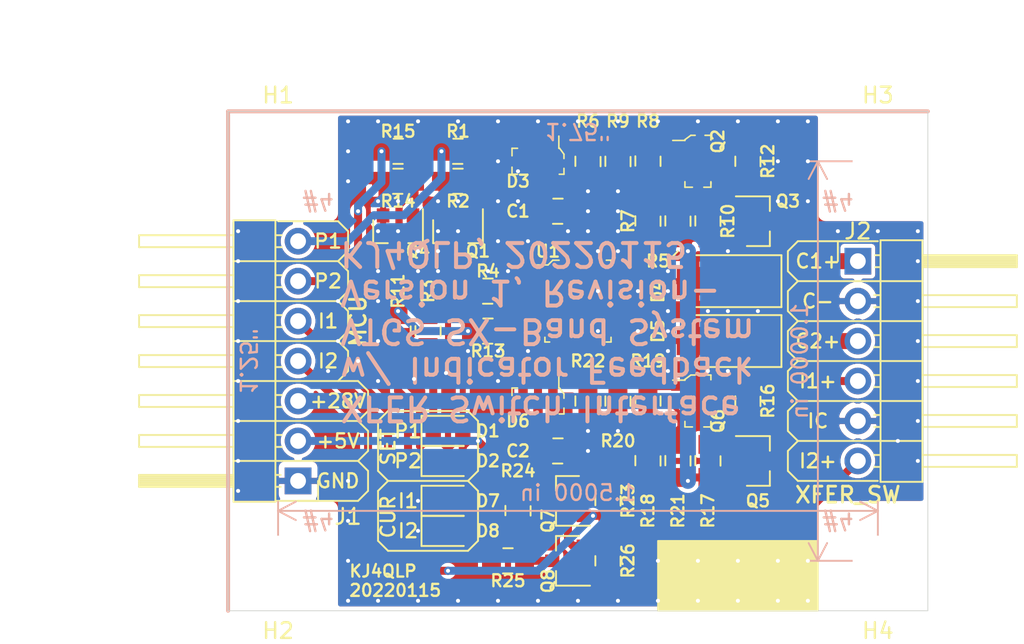
<source format=kicad_pcb>
(kicad_pcb (version 20171130) (host pcbnew 5.1.12-84ad8e8a86~92~ubuntu20.04.1)
  (title_block (title "Transfer Switch Interface, Version 1") (date 2022-01-16) (rev -) (company "Virginia Tech Ground Station and Amateur Radio") (comment 2 creativecommons.org/licenses/by/4.0/) (comment 3 "License: CC BY 4.0") (comment 4 "Author: Zach Leffke, KJ4QLP"))
  (layers (0 F.Cu signal) (31 B.Cu signal) (34 B.Paste user) (35 F.Paste user) (36 B.SilkS user) (37 F.SilkS user) (38 B.Mask user) (39 F.Mask user) (44 Edge.Cuts user))
  (net 0 "")
  (net 1 "Net-(C1-Pad1)")
  (net 2 "Net-(D1-Pad1)")
  (net 3 "Net-(Q1-Pad3)")
  (net 4 "Net-(Q1-Pad1)")
  (net 5 "Net-(Q2-Pad3)")
  (net 6 "Net-(Q2-Pad1)")
  (net 7 "Net-(Q3-Pad1)")
  (net 8 "Net-(D2-Pad1)")
  (net 9 "Net-(D3-Pad2)")
  (net 10 "Net-(D3-Pad1)")
  (net 11 "Net-(Q4-Pad3)")
  (net 12 "Net-(Q4-Pad1)")
  (net 13 "Net-(Q5-Pad1)")
  (net 14 GND)
  (net 15 "Net-(C2-Pad1)")
  (net 16 +5V)
  (net 17 "Net-(D6-Pad2)")
  (net 18 "Net-(D6-Pad1)")
  (net 19 +28V)
  (net 20 "Net-(Q6-Pad1)")
  (net 21 "Net-(Q6-Pad3)")
  (net 22 "Net-(D7-Pad2)")
  (net 23 "Net-(D8-Pad2)")
  (net 24 "Net-(Q7-Pad3)")
  (net 25 "Net-(Q8-Pad3)")
  (net 26 C1+)
  (net 27 C2+)
  (net 28 I2)
  (net 29 I1)
  (net 30 P2)
  (net 31 P1)
  (net 32 "Net-(R4-Pad2)")
  (net 33 "Net-(R7-Pad1)")
  (net 34 "Net-(R13-Pad2)")
  (net 35 "Net-(R18-Pad1)")
  (module Connector_PinHeader_2.54mm:PinHeader_1x07_P2.54mm_Horizontal (layer F.Cu) (at 163.195 86.995 180)
    (fp_text reference J1 (at -3.175 -2.27) (layer F.SilkS))
    (fp_text value Conn_01x07_Male)
    (pad 7 thru_hole oval (at 0 15.24 180) (size 1.7 1.7) (drill 1) (layers *.Cu *.Mask) (net 31 P1))
    (pad 6 thru_hole oval (at 0 12.7 180) (size 1.7 1.7) (drill 1) (layers *.Cu *.Mask) (net 30 P2))
    (pad 5 thru_hole oval (at 0 10.16 180) (size 1.7 1.7) (drill 1) (layers *.Cu *.Mask) (net 29 I1))
    (pad 4 thru_hole oval (at 0 7.62 180) (size 1.7 1.7) (drill 1) (layers *.Cu *.Mask) (net 28 I2))
    (pad 3 thru_hole oval (at 0 5.08 180) (size 1.7 1.7) (drill 1) (layers *.Cu *.Mask) (net 19 +28V))
    (pad 2 thru_hole oval (at 0 2.54 180) (size 1.7 1.7) (drill 1) (layers *.Cu *.Mask) (net 16 +5V))
    (pad 1 thru_hole rect (at 0 0 180) (size 1.7 1.7) (drill 1) (layers *.Cu *.Mask) (net 14 GND))
  )
  (module digikey-footprints:0805 (layer F.Cu) (at 176.53 92.075)
    (fp_text reference R25 (at 0 1.27 180) (layer F.SilkS) (effects (font (size 0.762 0.762))))
    (fp_text value 1k)
    (pad 1 smd rect (at -1.05 0) (size 1.2 1.2) (layers F.Cu F.Paste F.Mask) (net 23 "Net-(D8-Pad2)"))
    (pad 2 smd rect (at 1.05 0) (size 1.2 1.2) (layers F.Cu F.Paste F.Mask) (net 25 "Net-(Q8-Pad3)"))
  )
  (module Connector_PinHeader_2.54mm:PinHeader_1x06_P2.54mm_Horizontal (layer F.Cu) (at 198.755 73.025)
    (fp_text reference J2 (at 0 -1.905) (layer F.SilkS))
    (fp_text value XFER_SW)
    (pad 6 thru_hole oval (at 0 12.7) (size 1.7 1.7) (drill 1) (layers *.Cu *.Mask) (net 28 I2))
    (pad 5 thru_hole oval (at 0 10.16) (size 1.7 1.7) (drill 1) (layers *.Cu *.Mask) (net 14 GND))
    (pad 4 thru_hole oval (at 0 7.62) (size 1.7 1.7) (drill 1) (layers *.Cu *.Mask) (net 29 I1))
    (pad 3 thru_hole oval (at 0 5.08) (size 1.7 1.7) (drill 1) (layers *.Cu *.Mask) (net 27 C2+))
    (pad 2 thru_hole oval (at 0 2.54) (size 1.7 1.7) (drill 1) (layers *.Cu *.Mask) (net 14 GND))
    (pad 1 thru_hole rect (at 0 0) (size 1.7 1.7) (drill 1) (layers *.Cu *.Mask) (net 26 C1+))
  )
  (module digikey-footprints:0805 (layer F.Cu) (at 177.165 88.9 270)
    (fp_text reference R24 (at -2.54 0) (layer F.SilkS) (effects (font (size 0.762 0.762))))
    (fp_text value 1k)
    (pad 1 smd rect (at -1.05 0 270) (size 1.2 1.2) (layers F.Cu F.Paste F.Mask) (net 22 "Net-(D7-Pad2)"))
    (pad 2 smd rect (at 1.05 0 270) (size 1.2 1.2) (layers F.Cu F.Paste F.Mask) (net 24 "Net-(Q7-Pad3)"))
  )
  (module Package_TO_SOT_SMD:SOT-23 (layer F.Cu) (at 180.34 92.075 180)
    (fp_text reference Q8 (at 1.27 -1.285 90) (layer F.SilkS) (effects (font (size 0.762 0.762))))
    (fp_text value IRLML9301)
    (pad 3 smd rect (at 1 0 180) (size 0.9 0.8) (layers F.Cu F.Paste F.Mask) (net 25 "Net-(Q8-Pad3)"))
    (pad 2 smd rect (at -1 0.95 180) (size 0.9 0.8) (layers F.Cu F.Paste F.Mask) (net 16 +5V))
    (pad 1 smd rect (at -1 -0.95 180) (size 0.9 0.8) (layers F.Cu F.Paste F.Mask) (net 28 I2))
  )
  (module Package_TO_SOT_SMD:SOT-23 (layer F.Cu) (at 180.34 88.265 180)
    (fp_text reference Q7 (at 1.27 -1.27 90) (layer F.SilkS) (effects (font (size 0.762 0.762))))
    (fp_text value IRLML9301)
    (pad 3 smd rect (at 1 0 180) (size 0.9 0.8) (layers F.Cu F.Paste F.Mask) (net 24 "Net-(Q7-Pad3)"))
    (pad 2 smd rect (at -1 0.95 180) (size 0.9 0.8) (layers F.Cu F.Paste F.Mask) (net 16 +5V))
    (pad 1 smd rect (at -1 -0.95 180) (size 0.9 0.8) (layers F.Cu F.Paste F.Mask) (net 29 I1))
  )
  (module LED_SMD:LED_0805_2012Metric (layer F.Cu) (at 172.72 90.17)
    (fp_text reference D8 (at 2.54 0 180) (layer F.SilkS) (effects (font (size 0.762 0.762))))
    (fp_text value LED)
    (pad 2 smd roundrect (at 0.9375 0) (size 0.975 1.4) (layers F.Cu F.Paste F.Mask) (net 23 "Net-(D8-Pad2)"))
    (pad 1 smd roundrect (at -0.9375 0) (size 0.975 1.4) (layers F.Cu F.Paste F.Mask) (net 14 GND))
  )
  (module LED_SMD:LED_0805_2012Metric (layer F.Cu) (at 172.72 88.265)
    (fp_text reference D7 (at 2.54 0 180) (layer F.SilkS) (effects (font (size 0.762 0.762))))
    (fp_text value LED)
    (pad 2 smd roundrect (at 0.9375 0) (size 0.975 1.4) (layers F.Cu F.Paste F.Mask) (net 22 "Net-(D7-Pad2)"))
    (pad 1 smd roundrect (at -0.9375 0) (size 0.975 1.4) (layers F.Cu F.Paste F.Mask) (net 14 GND))
  )
  (module MountingHole:MountingHole_3.2mm_M3 (layer F.Cu) (at 200.025 92.075 270)
    (fp_text reference H4 (at 4.445 0 180) (layer F.SilkS))
    (fp_text value "#4")
    (pad 1 np_thru_hole circle (at 0 0 270) (size 3.2 3.2) (drill 3.2) (layers *.Cu *.Mask))
  )
  (module MountingHole:MountingHole_3.2mm_M3 (layer F.Cu) (at 200.025 66.675)
    (fp_text reference H3 (at 0 -4.2) (layer F.SilkS))
    (fp_text value "#4")
    (pad 1 np_thru_hole circle (at 0 0) (size 3.2 3.2) (drill 3.2) (layers *.Cu *.Mask))
  )
  (module MountingHole:MountingHole_3.2mm_M3 (layer F.Cu) (at 161.925 92.075 90)
    (fp_text reference H2 (at -4.445 0 180) (layer F.SilkS))
    (fp_text value "#4")
    (pad 1 np_thru_hole circle (at 0 0 90) (size 3.2 3.2) (drill 3.2) (layers *.Cu *.Mask))
  )
  (module MountingHole:MountingHole_3.2mm_M3 (layer F.Cu) (at 161.925 66.675)
    (fp_text reference H1 (at 0 -4.2) (layer F.SilkS))
    (fp_text value "#4")
    (pad 1 np_thru_hole circle (at 0 0) (size 3.2 3.2) (drill 3.2) (layers *.Cu *.Mask))
  )
  (module digikey-footprints:0805 (layer F.Cu) (at 169.545 66.04 180)
    (fp_text reference R15 (at 0 1.27) (layer F.SilkS) (effects (font (size 0.762 0.762))))
    (fp_text value 1k)
    (pad 1 smd rect (at -1.05 0 180) (size 1.2 1.2) (layers F.Cu F.Paste F.Mask) (net 12 "Net-(Q4-Pad1)"))
    (pad 2 smd rect (at 1.05 0 180) (size 1.2 1.2) (layers F.Cu F.Paste F.Mask) (net 30 P2))
  )
  (module digikey-footprints:0805 (layer F.Cu) (at 169.545 67.945)
    (fp_text reference R14 (at 0 1.27 180) (layer F.SilkS) (effects (font (size 0.762 0.762))))
    (fp_text value 10k)
    (pad 1 smd rect (at -1.05 0) (size 1.2 1.2) (layers F.Cu F.Paste F.Mask) (net 14 GND))
    (pad 2 smd rect (at 1.05 0) (size 1.2 1.2) (layers F.Cu F.Paste F.Mask) (net 12 "Net-(Q4-Pad1)"))
  )
  (module digikey-footprints:0805 (layer F.Cu) (at 173.355 67.945)
    (fp_text reference R2 (at 0 1.27 180) (layer F.SilkS) (effects (font (size 0.762 0.762))))
    (fp_text value 10k)
    (pad 1 smd rect (at -1.05 0) (size 1.2 1.2) (layers F.Cu F.Paste F.Mask) (net 14 GND))
    (pad 2 smd rect (at 1.05 0) (size 1.2 1.2) (layers F.Cu F.Paste F.Mask) (net 4 "Net-(Q1-Pad1)"))
  )
  (module digikey-footprints:0805 (layer F.Cu) (at 173.355 66.04)
    (fp_text reference R1 (at 0 -1.27) (layer F.SilkS) (effects (font (size 0.762 0.762))))
    (fp_text value 1k)
    (pad 1 smd rect (at -1.05 0) (size 1.2 1.2) (layers F.Cu F.Paste F.Mask) (net 31 P1))
    (pad 2 smd rect (at 1.05 0) (size 1.2 1.2) (layers F.Cu F.Paste F.Mask) (net 4 "Net-(Q1-Pad1)"))
  )
  (module digikey-footprints:SOT-23-3 (layer F.Cu) (at 178.435 81.915 270)
    (fp_text reference D6 (at 1.27 1.27 180) (layer F.SilkS) (effects (font (size 0.762 0.762))))
    (fp_text value BAS16W)
    (pad 1 smd rect (at -1.05 -0.95 270) (size 1.3 0.6) (layers F.Cu F.Paste F.Mask) (net 18 "Net-(D6-Pad1)"))
    (pad 2 smd rect (at -1.05 0.95 270) (size 1.3 0.6) (layers F.Cu F.Paste F.Mask) (net 17 "Net-(D6-Pad2)"))
    (pad 3 smd rect (at 1.05 0 270) (size 1.3 0.6) (layers F.Cu F.Paste F.Mask) (net 15 "Net-(C2-Pad1)"))
  )
  (module digikey-footprints:SOT-23-3 (layer F.Cu) (at 178.435 66.675 270)
    (fp_text reference D3 (at 1.27 1.27 180) (layer F.SilkS) (effects (font (size 0.762 0.762))))
    (fp_text value BAS16W)
    (pad 1 smd rect (at -1.05 -0.95 270) (size 1.3 0.6) (layers F.Cu F.Paste F.Mask) (net 10 "Net-(D3-Pad1)"))
    (pad 2 smd rect (at -1.05 0.95 270) (size 1.3 0.6) (layers F.Cu F.Paste F.Mask) (net 9 "Net-(D3-Pad2)"))
    (pad 3 smd rect (at 1.05 0 270) (size 1.3 0.6) (layers F.Cu F.Paste F.Mask) (net 1 "Net-(C1-Pad1)"))
  )
  (module digikey-footprints:0805 (layer F.Cu) (at 182.88 92.075 90)
    (fp_text reference R26 (at 0 1.27 90) (layer F.SilkS) (effects (font (size 0.762 0.762))))
    (fp_text value 10k)
    (pad 1 smd rect (at -1.05 0 90) (size 1.2 1.2) (layers F.Cu F.Paste F.Mask) (net 28 I2))
    (pad 2 smd rect (at 1.05 0 90) (size 1.2 1.2) (layers F.Cu F.Paste F.Mask) (net 16 +5V))
  )
  (module digikey-footprints:0805 (layer F.Cu) (at 182.88 88.265 270)
    (fp_text reference R23 (at 0 -1.27 90) (layer F.SilkS) (effects (font (size 0.762 0.762))))
    (fp_text value 10k)
    (pad 1 smd rect (at -1.05 0 270) (size 1.2 1.2) (layers F.Cu F.Paste F.Mask) (net 16 +5V))
    (pad 2 smd rect (at 1.05 0 270) (size 1.2 1.2) (layers F.Cu F.Paste F.Mask) (net 29 I1))
  )
  (module digikey-footprints:0805 (layer F.Cu) (at 181.61 81.915 90)
    (fp_text reference R22 (at 2.54 0) (layer F.SilkS) (effects (font (size 0.762 0.762))))
    (fp_text value 2.5k)
    (pad 1 smd rect (at -1.05 0 90) (size 1.2 1.2) (layers F.Cu F.Paste F.Mask) (net 14 GND))
    (pad 2 smd rect (at 1.05 0 90) (size 1.2 1.2) (layers F.Cu F.Paste F.Mask) (net 18 "Net-(D6-Pad1)"))
  )
  (module digikey-footprints:0805 (layer F.Cu) (at 187.325 85.725 270)
    (fp_text reference R21 (at 3.175 0 90) (layer F.SilkS) (effects (font (size 0.762 0.762))))
    (fp_text value 20k)
    (pad 1 smd rect (at -1.05 0 270) (size 1.2 1.2) (layers F.Cu F.Paste F.Mask) (net 18 "Net-(D6-Pad1)"))
    (pad 2 smd rect (at 1.05 0 270) (size 1.2 1.2) (layers F.Cu F.Paste F.Mask) (net 19 +28V))
  )
  (module digikey-footprints:0805 (layer F.Cu) (at 183.515 81.915 90)
    (fp_text reference R20 (at -2.54 0 180) (layer F.SilkS) (effects (font (size 0.762 0.762))))
    (fp_text value 2k)
    (pad 1 smd rect (at -1.05 0 90) (size 1.2 1.2) (layers F.Cu F.Paste F.Mask) (net 14 GND))
    (pad 2 smd rect (at 1.05 0 90) (size 1.2 1.2) (layers F.Cu F.Paste F.Mask) (net 20 "Net-(Q6-Pad1)"))
  )
  (module digikey-footprints:0805 (layer F.Cu) (at 185.42 81.915 270)
    (fp_text reference R19 (at -2.54 0 180) (layer F.SilkS) (effects (font (size 0.762 0.762))))
    (fp_text value 6k)
    (pad 1 smd rect (at -1.05 0 270) (size 1.2 1.2) (layers F.Cu F.Paste F.Mask) (net 20 "Net-(Q6-Pad1)"))
    (pad 2 smd rect (at 1.05 0 270) (size 1.2 1.2) (layers F.Cu F.Paste F.Mask) (net 35 "Net-(R18-Pad1)"))
  )
  (module digikey-footprints:0805 (layer F.Cu) (at 185.42 85.725 270)
    (fp_text reference R18 (at 3.175 0 90) (layer F.SilkS) (effects (font (size 0.762 0.762))))
    (fp_text value 10k)
    (pad 1 smd rect (at -1.05 0 270) (size 1.2 1.2) (layers F.Cu F.Paste F.Mask) (net 35 "Net-(R18-Pad1)"))
    (pad 2 smd rect (at 1.05 0 270) (size 1.2 1.2) (layers F.Cu F.Paste F.Mask) (net 19 +28V))
  )
  (module digikey-footprints:0805 (layer F.Cu) (at 189.23 85.725 270)
    (fp_text reference R17 (at 3.175 0 90) (layer F.SilkS) (effects (font (size 0.762 0.762))))
    (fp_text value 10k)
    (pad 1 smd rect (at -1.05 0 270) (size 1.2 1.2) (layers F.Cu F.Paste F.Mask) (net 13 "Net-(Q5-Pad1)"))
    (pad 2 smd rect (at 1.05 0 270) (size 1.2 1.2) (layers F.Cu F.Paste F.Mask) (net 19 +28V))
  )
  (module digikey-footprints:0805 (layer F.Cu) (at 169.545 77.47 270)
    (fp_text reference R11 (at -2.54 0 270) (layer F.SilkS) (effects (font (size 0.762 0.762))))
    (fp_text value 1k)
    (pad 1 smd rect (at -1.05 0 270) (size 1.2 1.2) (layers F.Cu F.Paste F.Mask) (net 11 "Net-(Q4-Pad3)"))
    (pad 2 smd rect (at 1.05 0 270) (size 1.2 1.2) (layers F.Cu F.Paste F.Mask) (net 8 "Net-(D2-Pad1)"))
  )
  (module digikey-footprints:0805 (layer F.Cu) (at 183.515 66.675 90)
    (fp_text reference R9 (at 2.54 0 180) (layer F.SilkS) (effects (font (size 0.762 0.762))))
    (fp_text value 2k)
    (pad 1 smd rect (at -1.05 0 90) (size 1.2 1.2) (layers F.Cu F.Paste F.Mask) (net 14 GND))
    (pad 2 smd rect (at 1.05 0 90) (size 1.2 1.2) (layers F.Cu F.Paste F.Mask) (net 6 "Net-(Q2-Pad1)"))
  )
  (module digikey-footprints:0805 (layer F.Cu) (at 185.42 66.675 270)
    (fp_text reference R8 (at -2.54 0 180) (layer F.SilkS) (effects (font (size 0.762 0.762))))
    (fp_text value 6k)
    (pad 1 smd rect (at -1.05 0 270) (size 1.2 1.2) (layers F.Cu F.Paste F.Mask) (net 6 "Net-(Q2-Pad1)"))
    (pad 2 smd rect (at 1.05 0 270) (size 1.2 1.2) (layers F.Cu F.Paste F.Mask) (net 33 "Net-(R7-Pad1)"))
  )
  (module digikey-footprints:0805 (layer F.Cu) (at 185.42 70.485 270)
    (fp_text reference R7 (at 0 1.27 90) (layer F.SilkS) (effects (font (size 0.762 0.762))))
    (fp_text value 10k)
    (pad 1 smd rect (at -1.05 0 270) (size 1.2 1.2) (layers F.Cu F.Paste F.Mask) (net 33 "Net-(R7-Pad1)"))
    (pad 2 smd rect (at 1.05 0 270) (size 1.2 1.2) (layers F.Cu F.Paste F.Mask) (net 19 +28V))
  )
  (module digikey-footprints:0805 (layer F.Cu) (at 181.61 66.675 90)
    (fp_text reference R6 (at 2.54 0 180) (layer F.SilkS) (effects (font (size 0.762 0.762))))
    (fp_text value 2.5k)
    (pad 1 smd rect (at -1.05 0 90) (size 1.2 1.2) (layers F.Cu F.Paste F.Mask) (net 14 GND))
    (pad 2 smd rect (at 1.05 0 90) (size 1.2 1.2) (layers F.Cu F.Paste F.Mask) (net 10 "Net-(D3-Pad1)"))
  )
  (module digikey-footprints:0805 (layer F.Cu) (at 187.325 70.485 270)
    (fp_text reference R5 (at 2.54 1.27 180) (layer F.SilkS) (effects (font (size 0.762 0.762))))
    (fp_text value 20k)
    (pad 1 smd rect (at -1.05 0 270) (size 1.2 1.2) (layers F.Cu F.Paste F.Mask) (net 10 "Net-(D3-Pad1)"))
    (pad 2 smd rect (at 1.05 0 270) (size 1.2 1.2) (layers F.Cu F.Paste F.Mask) (net 19 +28V))
  )
  (module digikey-footprints:0805 (layer F.Cu) (at 175.26 74.93)
    (fp_text reference R4 (at 0 -1.27) (layer F.SilkS) (effects (font (size 0.762 0.762))))
    (fp_text value 1k)
    (pad 1 smd rect (at -1.05 0) (size 1.2 1.2) (layers F.Cu F.Paste F.Mask) (net 3 "Net-(Q1-Pad3)"))
    (pad 2 smd rect (at 1.05 0) (size 1.2 1.2) (layers F.Cu F.Paste F.Mask) (net 32 "Net-(R4-Pad2)"))
  )
  (module Package_TO_SOT_SMD:SOT-23 (layer F.Cu) (at 169.545 71.12 270)
    (fp_text reference Q4 (at 1.27 -1.27) (layer F.SilkS) (effects (font (size 0.762 0.762))))
    (fp_text value DMG3414U)
    (pad 3 smd rect (at 1 0 270) (size 0.9 0.8) (layers F.Cu F.Paste F.Mask) (net 11 "Net-(Q4-Pad3)"))
    (pad 2 smd rect (at -1 0.95 270) (size 0.9 0.8) (layers F.Cu F.Paste F.Mask) (net 14 GND))
    (pad 1 smd rect (at -1 -0.95 270) (size 0.9 0.8) (layers F.Cu F.Paste F.Mask) (net 12 "Net-(Q4-Pad1)"))
  )
  (module LED_SMD:LED_0805_2012Metric (layer F.Cu) (at 172.72 85.725)
    (fp_text reference D2 (at 2.54 0 180) (layer F.SilkS) (effects (font (size 0.762 0.762))))
    (fp_text value LED)
    (pad 2 smd roundrect (at 0.9375 0) (size 0.975 1.4) (layers F.Cu F.Paste F.Mask) (net 16 +5V))
    (pad 1 smd roundrect (at -0.9375 0) (size 0.975 1.4) (layers F.Cu F.Paste F.Mask) (net 8 "Net-(D2-Pad1)"))
  )
  (module digikey-footprints:0805 (layer F.Cu) (at 179.705 85.09)
    (fp_text reference C2 (at -2.54 0) (layer F.SilkS) (effects (font (size 0.762 0.762))))
    (fp_text value 0.01uF)
    (pad 1 smd rect (at -1.05 0) (size 1.2 1.2) (layers F.Cu F.Paste F.Mask) (net 15 "Net-(C2-Pad1)"))
    (pad 2 smd rect (at 1.05 0) (size 1.2 1.2) (layers F.Cu F.Paste F.Mask) (net 14 GND))
  )
  (module digikey-footprints:0805 (layer F.Cu) (at 191.77 81.915 90)
    (fp_text reference R16 (at 0 1.27 90) (layer F.SilkS) (effects (font (size 0.762 0.762))))
    (fp_text value 13k)
    (pad 1 smd rect (at -1.05 0 90) (size 1.2 1.2) (layers F.Cu F.Paste F.Mask) (net 13 "Net-(Q5-Pad1)"))
    (pad 2 smd rect (at 1.05 0 90) (size 1.2 1.2) (layers F.Cu F.Paste F.Mask) (net 21 "Net-(Q6-Pad3)"))
  )
  (module digikey-footprints:0805 (layer F.Cu) (at 191.77 66.675 90)
    (fp_text reference R12 (at 0 1.27 90) (layer F.SilkS) (effects (font (size 0.762 0.762))))
    (fp_text value 13k)
    (pad 1 smd rect (at -1.05 0 90) (size 1.2 1.2) (layers F.Cu F.Paste F.Mask) (net 7 "Net-(Q3-Pad1)"))
    (pad 2 smd rect (at 1.05 0 90) (size 1.2 1.2) (layers F.Cu F.Paste F.Mask) (net 5 "Net-(Q2-Pad3)"))
  )
  (module digikey-footprints:0805 (layer F.Cu) (at 189.23 70.485 270)
    (fp_text reference R10 (at 0 -1.27 90) (layer F.SilkS) (effects (font (size 0.762 0.762))))
    (fp_text value 10k)
    (pad 1 smd rect (at -1.05 0 270) (size 1.2 1.2) (layers F.Cu F.Paste F.Mask) (net 7 "Net-(Q3-Pad1)"))
    (pad 2 smd rect (at 1.05 0 270) (size 1.2 1.2) (layers F.Cu F.Paste F.Mask) (net 19 +28V))
  )
  (module digikey-footprints:0805 (layer F.Cu) (at 171.45 77.47 270)
    (fp_text reference R3 (at -2.54 0 270) (layer F.SilkS) (effects (font (size 0.762 0.762))))
    (fp_text value 1k)
    (pad 1 smd rect (at -1.05 0 270) (size 1.2 1.2) (layers F.Cu F.Paste F.Mask) (net 3 "Net-(Q1-Pad3)"))
    (pad 2 smd rect (at 1.05 0 270) (size 1.2 1.2) (layers F.Cu F.Paste F.Mask) (net 2 "Net-(D1-Pad1)"))
  )
  (module digikey-footprints:SOT-23-3 (layer F.Cu) (at 188.595 81.915)
    (fp_text reference Q6 (at 1.27 1.27 90) (layer F.SilkS) (effects (font (size 0.762 0.762))))
    (fp_text value MMBTA06LT1G)
    (pad 1 smd rect (at -1.05 -0.95) (size 1.3 0.6) (layers F.Cu F.Paste F.Mask) (net 20 "Net-(Q6-Pad1)"))
    (pad 2 smd rect (at -1.05 0.95) (size 1.3 0.6) (layers F.Cu F.Paste F.Mask) (net 18 "Net-(D6-Pad1)"))
    (pad 3 smd rect (at 1.05 0) (size 1.3 0.6) (layers F.Cu F.Paste F.Mask) (net 21 "Net-(Q6-Pad3)"))
  )
  (module Package_TO_SOT_SMD:SOT-23 (layer F.Cu) (at 192.405 85.725)
    (fp_text reference Q5 (at 0 2.54 180) (layer F.SilkS) (effects (font (size 0.762 0.762))))
    (fp_text value IRLML9301)
    (pad 3 smd rect (at 1 0) (size 0.9 0.8) (layers F.Cu F.Paste F.Mask) (net 27 C2+))
    (pad 2 smd rect (at -1 0.95) (size 0.9 0.8) (layers F.Cu F.Paste F.Mask) (net 19 +28V))
    (pad 1 smd rect (at -1 -0.95) (size 0.9 0.8) (layers F.Cu F.Paste F.Mask) (net 13 "Net-(Q5-Pad1)"))
  )
  (module digikey-footprints:SOT-23-3 (layer F.Cu) (at 188.595 66.675)
    (fp_text reference Q2 (at 1.27 -1.27 90) (layer F.SilkS) (effects (font (size 0.762 0.762))))
    (fp_text value MMBTA06LT1G)
    (pad 1 smd rect (at -1.05 -0.95) (size 1.3 0.6) (layers F.Cu F.Paste F.Mask) (net 6 "Net-(Q2-Pad1)"))
    (pad 2 smd rect (at -1.05 0.95) (size 1.3 0.6) (layers F.Cu F.Paste F.Mask) (net 10 "Net-(D3-Pad1)"))
    (pad 3 smd rect (at 1.05 0) (size 1.3 0.6) (layers F.Cu F.Paste F.Mask) (net 5 "Net-(Q2-Pad3)"))
  )
  (module Diode_SMD:D_SMA (layer F.Cu) (at 190.5 78.105 180)
    (fp_text reference D5 (at 4.445 0.635 90) (layer F.SilkS) (effects (font (size 0.762 0.762))))
    (fp_text value US1M)
    (pad 2 smd rect (at 2 0 180) (size 2.5 1.8) (layers F.Cu F.Paste F.Mask) (net 14 GND))
    (pad 1 smd rect (at -2 0 180) (size 2.5 1.8) (layers F.Cu F.Paste F.Mask) (net 27 C2+))
  )
  (module Diode_SMD:D_SMA (layer F.Cu) (at 190.5 74.295 180)
    (fp_text reference D4 (at 4.445 -0.635 90) (layer F.SilkS) (effects (font (size 0.762 0.762))))
    (fp_text value US1M)
    (pad 2 smd rect (at 2 0 180) (size 2.5 1.8) (layers F.Cu F.Paste F.Mask) (net 14 GND))
    (pad 1 smd rect (at -2 0 180) (size 2.5 1.8) (layers F.Cu F.Paste F.Mask) (net 26 C1+))
  )
  (module digikey-footprints:SOIC-8_W3.9mm (layer F.Cu) (at 180.975 75.565 270)
    (fp_text reference U1 (at -3.175 1.905 180) (layer F.SilkS) (effects (font (size 0.762 0.762))))
    (fp_text value ILD207T)
    (pad 3 smd rect (at 0.635 2.45 270) (size 0.6 2) (layers F.Cu F.Paste F.Mask) (net 16 +5V))
    (pad 8 smd rect (at -1.905 -2.45 270) (size 0.6 2) (layers F.Cu F.Paste F.Mask) (net 1 "Net-(C1-Pad1)"))
    (pad 7 smd rect (at -0.635 -2.45 270) (size 0.6 2) (layers F.Cu F.Paste F.Mask) (net 14 GND))
    (pad 6 smd rect (at 0.635 -2.45 270) (size 0.6 2) (layers F.Cu F.Paste F.Mask) (net 15 "Net-(C2-Pad1)"))
    (pad 5 smd rect (at 1.905 -2.45 270) (size 0.6 2) (layers F.Cu F.Paste F.Mask) (net 14 GND))
    (pad 4 smd rect (at 1.905 2.45 270) (size 0.6 2) (layers F.Cu F.Paste F.Mask) (net 34 "Net-(R13-Pad2)"))
    (pad 2 smd rect (at -0.635 2.45 270) (size 0.6 2) (layers F.Cu F.Paste F.Mask) (net 32 "Net-(R4-Pad2)"))
    (pad 1 smd rect (at -1.905 2.45 270) (size 0.6 2) (layers F.Cu F.Paste F.Mask) (net 16 +5V))
  )
  (module digikey-footprints:0805 (layer F.Cu) (at 175.26 77.47)
    (fp_text reference R13 (at 0 1.27) (layer F.SilkS) (effects (font (size 0.762 0.762))))
    (fp_text value 1k)
    (pad 1 smd rect (at -1.05 0) (size 1.2 1.2) (layers F.Cu F.Paste F.Mask) (net 11 "Net-(Q4-Pad3)"))
    (pad 2 smd rect (at 1.05 0) (size 1.2 1.2) (layers F.Cu F.Paste F.Mask) (net 34 "Net-(R13-Pad2)"))
  )
  (module Package_TO_SOT_SMD:SOT-23 (layer F.Cu) (at 192.405 70.485)
    (fp_text reference Q3 (at 1.905 -1.27) (layer F.SilkS) (effects (font (size 0.762 0.762))))
    (fp_text value IRLML9301)
    (pad 3 smd rect (at 1 0) (size 0.9 0.8) (layers F.Cu F.Paste F.Mask) (net 26 C1+))
    (pad 2 smd rect (at -1 0.95) (size 0.9 0.8) (layers F.Cu F.Paste F.Mask) (net 19 +28V))
    (pad 1 smd rect (at -1 -0.95) (size 0.9 0.8) (layers F.Cu F.Paste F.Mask) (net 7 "Net-(Q3-Pad1)"))
  )
  (module Package_TO_SOT_SMD:SOT-23 (layer F.Cu) (at 173.355 71.12 270)
    (fp_text reference Q1 (at 1.27 -1.27) (layer F.SilkS) (effects (font (size 0.762 0.762))))
    (fp_text value DMG3414U)
    (pad 3 smd rect (at 1 0 270) (size 0.9 0.8) (layers F.Cu F.Paste F.Mask) (net 3 "Net-(Q1-Pad3)"))
    (pad 2 smd rect (at -1 0.95 270) (size 0.9 0.8) (layers F.Cu F.Paste F.Mask) (net 14 GND))
    (pad 1 smd rect (at -1 -0.95 270) (size 0.9 0.8) (layers F.Cu F.Paste F.Mask) (net 4 "Net-(Q1-Pad1)"))
  )
  (module LED_SMD:LED_0805_2012Metric (layer F.Cu) (at 172.72 83.82)
    (fp_text reference D1 (at 2.54 0 180) (layer F.SilkS) (effects (font (size 0.762 0.762))))
    (fp_text value LED)
    (pad 2 smd roundrect (at 0.9375 0) (size 0.975 1.4) (layers F.Cu F.Paste F.Mask) (net 16 +5V))
    (pad 1 smd roundrect (at -0.9375 0) (size 0.975 1.4) (layers F.Cu F.Paste F.Mask) (net 2 "Net-(D1-Pad1)"))
  )
  (module digikey-footprints:0805 (layer F.Cu) (at 179.705 69.85)
    (fp_text reference C1 (at -2.54 0) (layer F.SilkS) (effects (font (size 0.762 0.762))))
    (fp_text value 0.01uF)
    (pad 1 smd rect (at -1.05 0) (size 1.2 1.2) (layers F.Cu F.Paste F.Mask) (net 1 "Net-(C1-Pad1)"))
    (pad 2 smd rect (at 1.05 0) (size 1.2 1.2) (layers F.Cu F.Paste F.Mask) (net 14 GND))
  )
  (gr_text "KJ4QLP\n20220115" (at 166.37 93.345) (layer F.SilkS) (effects (font (size 0.762 0.762)) (justify left)))
  (gr_poly (pts (xy 196.215 95.25) (xy 186.055 95.25) (xy 186.055 90.805) (xy 196.215 90.805)) (layer F.SilkS) (width 0.1))
  (dimension 38.1 (width 0.12) (layer B.SilkS) (gr_text "1.5000 in" (at 180.975 87.63 180) (layer B.SilkS) (effects (font (size 1 1) (thickness 0.15)) (justify mirror))) (feature1 (pts (xy 161.925 92.075) (xy 161.925 88.313579))) (feature2 (pts (xy 200.025 92.075) (xy 200.025 88.313579))) (crossbar (pts (xy 200.025 88.9) (xy 161.925 88.9))) (arrow1a (pts (xy 161.925 88.9) (xy 163.051504 88.313579))) (arrow1b (pts (xy 161.925 88.9) (xy 163.051504 89.486421))) (arrow2a (pts (xy 200.025 88.9) (xy 198.898496 88.313579))) (arrow2b (pts (xy 200.025 88.9) (xy 198.898496 89.486421))))
  (dimension 25.4 (width 0.12) (layer B.SilkS) (gr_text "1.0000 in" (at 194.945 79.375 -90) (layer B.SilkS) (effects (font (size 1 1) (thickness 0.15)) (justify mirror))) (feature1 (pts (xy 200.025 92.075) (xy 195.628579 92.075))) (feature2 (pts (xy 200.025 66.675) (xy 195.628579 66.675))) (crossbar (pts (xy 196.215 66.675) (xy 196.215 92.075))) (arrow1a (pts (xy 196.215 92.075) (xy 195.628579 90.948496))) (arrow1b (pts (xy 196.215 92.075) (xy 196.801421 90.948496))) (arrow2a (pts (xy 196.215 66.675) (xy 195.628579 67.801504))) (arrow2b (pts (xy 196.215 66.675) (xy 196.801421 67.801504))))
  (gr_text 1.25" (at 160.02 79.375 270) (layer B.SilkS) (effects (font (size 1.016 1.016) (thickness 0.1524)) (justify mirror)))
  (gr_text 1.75" (at 180.975 64.77 180) (layer B.SilkS) (effects (font (size 1.016 1.016) (thickness 0.1524)) (justify mirror)))
  (gr_line (start 158.75 63.5) (end 158.75 95.25) (layer B.SilkS) (width 0.254))
  (gr_line (start 158.75 63.5) (end 203.2 63.5) (layer B.SilkS) (width 0.254))
  (gr_text "#4" (at 197.485 69.215 180) (layer B.SilkS) (effects (font (size 1.016 1.016) (thickness 0.1524)) (justify mirror)))
  (gr_text "#4" (at 164.465 69.215 180) (layer B.SilkS) (effects (font (size 1.016 1.016) (thickness 0.1524)) (justify mirror)))
  (gr_text "#4" (at 164.465 89.535 180) (layer B.SilkS) (effects (font (size 1.016 1.016) (thickness 0.1524)) (justify mirror)))
  (gr_text "#4" (at 197.485 89.535 180) (layer B.SilkS) (effects (font (size 1.016 1.016) (thickness 0.1524)) (justify mirror)))
  (gr_text "XFER Switch Interface\nw/ Indicator Feedback \nVTGS SX-Band System\nVersion 1, Revision-\nKJ4QLP, 20220115" (at 165.735 77.47 180) (layer B.SilkS) (effects (font (size 1.524 1.524) (thickness 0.254)) (justify left mirror)))
  (gr_line (start 167.005 85.725) (end 167.64 86.36) (layer F.SilkS) (width 0.12))
  (gr_line (start 167.64 86.36) (end 167.64 87.63) (layer F.SilkS) (width 0.12))
  (gr_line (start 167.64 87.63) (end 167.005 88.265) (layer F.SilkS) (width 0.12))
  (gr_line (start 167.005 88.265) (end 161.755 88.265) (layer F.SilkS) (width 0.12))
  (gr_text MCU (at 167.005 76.835 90) (layer F.SilkS) (effects (font (size 1.016 1.016) (thickness 0.1778))))
  (gr_line (start 200.025 71.755) (end 194.945 71.755) (layer F.SilkS) (width 0.12))
  (gr_line (start 166.37 71.12) (end 166.37 72.39) (layer F.SilkS) (width 0.12))
  (gr_line (start 166.37 73.66) (end 166.37 74.93) (layer F.SilkS) (width 0.12))
  (gr_line (start 166.37 76.2) (end 166.37 77.47) (layer F.SilkS) (width 0.12))
  (gr_line (start 166.37 78.74) (end 166.37 80.01) (layer F.SilkS) (width 0.12))
  (gr_line (start 167.64 81.28) (end 167.64 82.55) (layer F.SilkS) (width 0.12))
  (gr_line (start 167.64 83.82) (end 167.64 85.09) (layer F.SilkS) (width 0.12))
  (gr_line (start 167.005 83.185) (end 167.64 83.82) (layer F.SilkS) (width 0.12))
  (gr_line (start 167.005 80.645) (end 167.64 81.28) (layer F.SilkS) (width 0.12))
  (gr_line (start 165.735 78.105) (end 166.37 78.74) (layer F.SilkS) (width 0.12))
  (gr_line (start 165.735 75.565) (end 166.37 76.2) (layer F.SilkS) (width 0.12))
  (gr_line (start 165.735 73.025) (end 166.37 73.66) (layer F.SilkS) (width 0.12))
  (gr_line (start 165.735 70.485) (end 166.37 71.12) (layer F.SilkS) (width 0.12))
  (gr_line (start 166.37 72.39) (end 165.735 73.025) (layer F.SilkS) (width 0.12))
  (gr_line (start 166.37 74.93) (end 165.735 75.565) (layer F.SilkS) (width 0.12))
  (gr_line (start 166.37 77.47) (end 165.735 78.105) (layer F.SilkS) (width 0.12))
  (gr_line (start 166.37 80.01) (end 165.735 80.645) (layer F.SilkS) (width 0.12))
  (gr_line (start 167.64 82.55) (end 167.005 83.185) (layer F.SilkS) (width 0.12))
  (gr_line (start 165.735 70.485) (end 161.925 70.485) (layer F.SilkS) (width 0.12))
  (gr_line (start 165.735 73.025) (end 161.755 73.025) (layer F.SilkS) (width 0.12))
  (gr_line (start 165.735 75.565) (end 161.755 75.565) (layer F.SilkS) (width 0.12))
  (gr_line (start 165.735 78.105) (end 161.755 78.105) (layer F.SilkS) (width 0.12))
  (gr_line (start 167.005 80.645) (end 161.755 80.645) (layer F.SilkS) (width 0.12))
  (gr_line (start 167.005 83.185) (end 161.755 83.185) (layer F.SilkS) (width 0.12))
  (gr_line (start 167.64 85.09) (end 167.005 85.725) (layer F.SilkS) (width 0.12))
  (gr_line (start 174.625 83.185) (end 173.99 82.55) (layer F.SilkS) (width 0.12))
  (gr_line (start 174.625 87.63) (end 173.99 86.995) (layer F.SilkS) (width 0.12))
  (gr_line (start 174.625 90.805) (end 173.99 91.44) (layer F.SilkS) (width 0.12))
  (gr_line (start 174.625 87.63) (end 174.625 90.805) (layer F.SilkS) (width 0.12))
  (gr_line (start 174.625 86.36) (end 173.99 86.995) (layer F.SilkS) (width 0.12))
  (gr_text XFER_SW (at 198.12 87.884) (layer F.SilkS) (effects (font (size 1.016 1.016) (thickness 0.1778))))
  (gr_line (start 194.945 84.455) (end 194.31 85.09) (layer F.SilkS) (width 0.12))
  (gr_line (start 194.945 81.915) (end 194.31 82.55) (layer F.SilkS) (width 0.12))
  (gr_line (start 194.945 84.455) (end 194.31 83.82) (layer F.SilkS) (width 0.12))
  (gr_line (start 194.945 86.995) (end 194.31 86.36) (layer F.SilkS) (width 0.12))
  (gr_line (start 194.31 85.09) (end 194.31 86.36) (layer F.SilkS) (width 0.12))
  (gr_line (start 194.31 82.55) (end 194.31 83.82) (layer F.SilkS) (width 0.12))
  (gr_line (start 194.945 81.915) (end 194.31 81.28) (layer F.SilkS) (width 0.12))
  (gr_line (start 194.31 80.01) (end 194.31 81.28) (layer F.SilkS) (width 0.12))
  (gr_line (start 194.945 79.375) (end 194.31 80.01) (layer F.SilkS) (width 0.12))
  (gr_line (start 167.005 85.725) (end 161.755 85.725) (layer F.SilkS) (width 0.12))
  (gr_line (start 194.31 73.66) (end 194.31 72.39) (layer F.SilkS) (width 0.12))
  (gr_line (start 194.945 74.295) (end 194.31 73.66) (layer F.SilkS) (width 0.12))
  (gr_line (start 194.945 71.755) (end 194.31 72.39) (layer F.SilkS) (width 0.12))
  (gr_line (start 194.945 74.295) (end 194.31 74.93) (layer F.SilkS) (width 0.12))
  (gr_line (start 194.945 76.835) (end 194.31 76.2) (layer F.SilkS) (width 0.12))
  (gr_line (start 194.945 76.835) (end 194.31 77.47) (layer F.SilkS) (width 0.12))
  (gr_line (start 200.195 84.455) (end 194.945 84.455) (layer F.SilkS) (width 0.12))
  (gr_line (start 200.195 81.915) (end 194.945 81.915) (layer F.SilkS) (width 0.12))
  (gr_line (start 194.945 79.375) (end 200.195 79.375) (layer F.SilkS) (width 0.12))
  (gr_line (start 194.945 86.995) (end 200.025 86.995) (layer F.SilkS) (width 0.12))
  (gr_line (start 194.945 79.375) (end 194.31 78.74) (layer F.SilkS) (width 0.12))
  (gr_line (start 194.31 77.47) (end 194.31 78.74) (layer F.SilkS) (width 0.12))
  (gr_line (start 194.945 76.835) (end 200.195 76.835) (layer F.SilkS) (width 0.12))
  (gr_line (start 194.31 74.93) (end 194.31 76.2) (layer F.SilkS) (width 0.12))
  (gr_line (start 200.195 74.295) (end 194.945 74.295) (layer F.SilkS) (width 0.12))
  (gr_text C- (at 196.215 75.565) (layer F.SilkS) (effects (font (size 0.889 0.889))))
  (gr_line (start 187.325 72.39) (end 186.69 73.025) (layer F.SilkS) (width 0.12))
  (gr_text C1+ (at 196.215 73.025) (layer F.SilkS) (effects (font (size 0.889 0.889))))
  (gr_text C2+ (at 196.215 78.105) (layer F.SilkS) (effects (font (size 0.889 0.889))))
  (gr_text I2+ (at 196.215 85.725) (layer F.SilkS) (effects (font (size 0.889 0.889))))
  (gr_text I1+ (at 196.215 80.645) (layer F.SilkS) (effects (font (size 0.889 0.889))))
  (gr_text IC (at 196.215 83.185) (layer F.SilkS) (effects (font (size 0.889 0.889))))
  (gr_text I1 (at 165.1 76.835) (layer F.SilkS) (effects (font (size 0.889 0.889))))
  (gr_text I2 (at 165.1 79.375) (layer F.SilkS) (effects (font (size 0.889 0.889))))
  (gr_text P2 (at 165.1 74.295) (layer F.SilkS) (effects (font (size 0.889 0.889))))
  (gr_text P1 (at 165.1 71.755) (layer F.SilkS) (effects (font (size 0.889 0.889))))
  (gr_text +5V (at 165.735 84.455) (layer F.SilkS) (effects (font (size 0.889 0.889))))
  (gr_text GND (at 165.735 86.995) (layer F.SilkS) (effects (font (size 0.889 0.889))))
  (gr_line (start 168.275 86.36) (end 168.275 83.185) (layer F.SilkS) (width 0.12))
  (gr_line (start 168.91 86.995) (end 168.275 87.63) (layer F.SilkS) (width 0.12))
  (gr_line (start 168.91 86.995) (end 168.275 86.36) (layer F.SilkS) (width 0.12))
  (gr_line (start 173.99 86.995) (end 168.91 86.995) (layer F.SilkS) (width 0.12))
  (gr_line (start 168.91 82.55) (end 173.99 82.55) (layer F.SilkS) (width 0.12))
  (gr_line (start 168.275 83.185) (end 168.91 82.55) (layer F.SilkS) (width 0.12))
  (gr_line (start 168.275 90.805) (end 168.275 87.63) (layer F.SilkS) (width 0.12))
  (gr_line (start 168.91 91.44) (end 168.275 90.805) (layer F.SilkS) (width 0.12))
  (gr_line (start 173.99 91.44) (end 168.91 91.44) (layer F.SilkS) (width 0.12))
  (gr_line (start 174.625 83.185) (end 174.625 86.36) (layer F.SilkS) (width 0.12))
  (gr_text +28V (at 165.735 81.915) (layer F.SilkS) (effects (font (size 0.889 0.889))))
  (gr_text SET (at 168.91 84.836 90) (layer F.SilkS) (effects (font (size 0.889 0.889))))
  (gr_text CUR (at 168.91 89.281 90) (layer F.SilkS) (effects (font (size 0.889 0.889))))
  (gr_text P2 (at 170.18 85.725) (layer F.SilkS) (effects (font (size 0.889 0.889))))
  (gr_text P1 (at 170.18 83.82) (layer F.SilkS) (effects (font (size 0.889 0.889))))
  (gr_text I2 (at 170.18 90.17) (layer F.SilkS) (effects (font (size 0.889 0.889))))
  (gr_text I1 (at 170.18 88.265) (layer F.SilkS) (effects (font (size 0.889 0.889))))
  (gr_line (start 203.2 95.25) (end 158.75 95.25) (layer Edge.Cuts) (width 0.05))
  (gr_line (start 203.2 63.5) (end 203.2 95.25) (layer Edge.Cuts) (width 0.05))
  (gr_line (start 158.75 63.5) (end 203.2 63.5) (layer Edge.Cuts) (width 0.05))
  (gr_line (start 158.75 95.25) (end 158.75 63.5) (layer Edge.Cuts) (width 0.05))
  (via (at 173.99 77.47) (size 0.508) (drill 0.254) (layers F.Cu B.Cu) (net 11))
  (segment (start 183.425 73.66) (end 181.61 73.66) (width 0.508) (layer F.Cu) (net 1))
  (segment (start 178.435 69.63) (end 178.655 69.85) (width 0.508) (layer F.Cu) (net 1))
  (segment (start 178.435 67.725) (end 178.435 69.63) (width 0.508) (layer F.Cu) (net 1))
  (segment (start 178.655 70.705) (end 181.61 73.66) (width 0.508) (layer F.Cu) (net 1))
  (segment (start 178.655 69.85) (end 178.655 70.705) (width 0.508) (layer F.Cu) (net 1))
  (segment (start 171.45 78.52) (end 171.45 80.645) (width 0.508) (layer F.Cu) (net 2))
  (segment (start 171.7825 80.9775) (end 171.45 80.645) (width 0.508) (layer F.Cu) (net 2))
  (segment (start 171.7825 83.82) (end 171.7825 80.9775) (width 0.508) (layer F.Cu) (net 2))
  (segment (start 174.21 74.93) (end 171.45 74.93) (width 0.508) (layer F.Cu) (net 3))
  (segment (start 171.45 74.93) (end 171.45 76.42) (width 0.508) (layer F.Cu) (net 3))
  (segment (start 174.21 74.93) (end 174.21 73.88) (width 0.508) (layer F.Cu) (net 3))
  (segment (start 174.21 73.88) (end 173.355 73.025) (width 0.508) (layer F.Cu) (net 3))
  (segment (start 173.355 72.12) (end 173.355 73.025) (width 0.508) (layer F.Cu) (net 3))
  (segment (start 174.305 70.12) (end 174.305 69.535) (width 0.508) (layer F.Cu) (net 4))
  (segment (start 174.405 69.435) (end 174.405 67.945) (width 0.508) (layer F.Cu) (net 4))
  (segment (start 174.305 69.535) (end 174.405 69.435) (width 0.508) (layer F.Cu) (net 4))
  (segment (start 174.405 67.945) (end 174.405 66.04) (width 0.508) (layer F.Cu) (net 4))
  (segment (start 189.645 66.675) (end 189.645 66.26) (width 0.508) (layer F.Cu) (net 5))
  (segment (start 190.28 65.625) (end 191.77 65.625) (width 0.508) (layer F.Cu) (net 5))
  (segment (start 189.645 66.26) (end 190.28 65.625) (width 0.508) (layer F.Cu) (net 5))
  (segment (start 183.515 65.625) (end 185.42 65.625) (width 0.508) (layer F.Cu) (net 6))
  (segment (start 185.52 65.725) (end 185.42 65.625) (width 0.508) (layer F.Cu) (net 6))
  (segment (start 187.545 65.725) (end 185.52 65.725) (width 0.508) (layer F.Cu) (net 6))
  (segment (start 189.33 69.535) (end 189.23 69.435) (width 0.508) (layer F.Cu) (net 7))
  (segment (start 191.405 69.535) (end 189.33 69.535) (width 0.508) (layer F.Cu) (net 7))
  (segment (start 191.405 69.535) (end 191.405 68.945) (width 0.508) (layer F.Cu) (net 7))
  (segment (start 191.77 68.58) (end 191.77 67.725) (width 0.508) (layer F.Cu) (net 7))
  (segment (start 191.405 68.945) (end 191.77 68.58) (width 0.508) (layer F.Cu) (net 7))
  (segment (start 170.815 85.725) (end 171.7825 85.725) (width 0.508) (layer F.Cu) (net 8))
  (segment (start 170.18 85.09) (end 170.815 85.725) (width 0.508) (layer F.Cu) (net 8))
  (segment (start 170.18 81.915) (end 170.18 85.09) (width 0.508) (layer F.Cu) (net 8))
  (segment (start 169.545 81.28) (end 170.18 81.915) (width 0.508) (layer F.Cu) (net 8))
  (segment (start 169.545 78.52) (end 169.545 81.28) (width 0.508) (layer F.Cu) (net 8))
  (segment (start 187.545 67.625) (end 187.545 68.36) (width 0.508) (layer F.Cu) (net 10))
  (segment (start 187.325 68.58) (end 187.325 69.435) (width 0.508) (layer F.Cu) (net 10))
  (segment (start 187.545 68.36) (end 187.325 68.58) (width 0.508) (layer F.Cu) (net 10))
  (segment (start 187.545 67.625) (end 186.595 66.675) (width 0.254) (layer F.Cu) (net 10))
  (segment (start 186.595 66.675) (end 181.61 66.675) (width 0.254) (layer F.Cu) (net 10))
  (segment (start 181.61 66.675) (end 181.61 65.625) (width 0.254) (layer F.Cu) (net 10))
  (segment (start 179.385 65.625) (end 181.61 65.625) (width 0.508) (layer F.Cu) (net 10))
  (segment (start 169.545 76.2) (end 169.545 76.42) (width 0.508) (layer F.Cu) (net 11))
  (via (at 169.545 76.2) (size 0.508) (drill 0.254) (layers F.Cu B.Cu) (net 11))
  (segment (start 170.815 77.47) (end 169.545 76.2) (width 0.508) (layer B.Cu) (net 11))
  (segment (start 173.99 77.47) (end 170.815 77.47) (width 0.508) (layer B.Cu) (net 11))
  (segment (start 169.545 72.12) (end 169.545 76.42) (width 0.508) (layer F.Cu) (net 11))
  (segment (start 170.595 66.04) (end 170.595 67.945) (width 0.508) (layer F.Cu) (net 12))
  (segment (start 170.495 70.12) (end 170.495 69.535) (width 0.508) (layer F.Cu) (net 12))
  (segment (start 170.595 69.435) (end 170.595 67.945) (width 0.508) (layer F.Cu) (net 12))
  (segment (start 170.495 69.535) (end 170.595 69.435) (width 0.508) (layer F.Cu) (net 12))
  (segment (start 189.33 84.775) (end 189.23 84.675) (width 0.508) (layer F.Cu) (net 13))
  (segment (start 191.405 84.775) (end 189.33 84.775) (width 0.508) (layer F.Cu) (net 13))
  (segment (start 191.405 84.775) (end 191.405 84.185) (width 0.508) (layer F.Cu) (net 13))
  (segment (start 191.77 83.82) (end 191.77 82.965) (width 0.508) (layer F.Cu) (net 13))
  (segment (start 191.405 84.185) (end 191.77 83.82) (width 0.508) (layer F.Cu) (net 13))
  (segment (start 178.525 74.93) (end 176.31 74.93) (width 0.508) (layer F.Cu) (net 32))
  (segment (start 185.42 67.725) (end 185.42 69.435) (width 0.508) (layer F.Cu) (net 33))
  (via (at 181.61 69.85) (size 0.508) (drill 0.254) (layers F.Cu B.Cu) (net 14))
  (via (at 183.515 68.58) (size 0.508) (drill 0.254) (layers F.Cu B.Cu) (net 14))
  (via (at 181.61 68.58) (size 0.508) (drill 0.254) (layers F.Cu B.Cu) (net 14))
  (via (at 182.245 74.93) (size 0.508) (drill 0.254) (layers F.Cu B.Cu) (net 14))
  (via (at 182.245 77.47) (size 0.508) (drill 0.254) (layers F.Cu B.Cu) (net 14))
  (via (at 184.785 74.93) (size 0.508) (drill 0.254) (layers F.Cu B.Cu) (net 14))
  (via (at 184.785 77.47) (size 0.508) (drill 0.254) (layers F.Cu B.Cu) (net 14))
  (via (at 186.69 73.66) (size 0.508) (drill 0.254) (layers F.Cu B.Cu) (net 14))
  (via (at 186.69 74.93) (size 0.508) (drill 0.254) (layers F.Cu B.Cu) (net 14))
  (via (at 186.69 77.47) (size 0.508) (drill 0.254) (layers F.Cu B.Cu) (net 14))
  (via (at 186.69 78.74) (size 0.508) (drill 0.254) (layers F.Cu B.Cu) (net 14))
  (via (at 186.69 76.2) (size 0.508) (drill 0.254) (layers F.Cu B.Cu) (net 14))
  (via (at 181.61 83.82) (size 0.508) (drill 0.254) (layers F.Cu B.Cu) (net 14))
  (via (at 183.515 83.82) (size 0.508) (drill 0.254) (layers F.Cu B.Cu) (net 14))
  (via (at 181.61 85.09) (size 0.508) (drill 0.254) (layers F.Cu B.Cu) (net 14))
  (via (at 172.085 69.215) (size 0.508) (drill 0.254) (layers F.Cu B.Cu) (net 14))
  (via (at 168.275 69.215) (size 0.508) (drill 0.254) (layers F.Cu B.Cu) (net 14))
  (via (at 190.5 76.2) (size 0.508) (drill 0.254) (layers F.Cu B.Cu) (net 14))
  (via (at 192.405 76.2) (size 0.508) (drill 0.254) (layers F.Cu B.Cu) (net 14))
  (via (at 202.565 73.025) (size 0.508) (drill 0.254) (layers F.Cu B.Cu) (net 14))
  (via (at 202.565 75.565) (size 0.508) (drill 0.254) (layers F.Cu B.Cu) (net 14))
  (via (at 202.565 78.105) (size 0.508) (drill 0.254) (layers F.Cu B.Cu) (net 14))
  (via (at 202.565 80.645) (size 0.508) (drill 0.254) (layers F.Cu B.Cu) (net 14))
  (via (at 202.565 83.185) (size 0.508) (drill 0.254) (layers F.Cu B.Cu) (net 14))
  (via (at 202.565 85.725) (size 0.508) (drill 0.254) (layers F.Cu B.Cu) (net 14))
  (via (at 195.58 92.075) (size 0.508) (drill 0.254) (layers F.Cu B.Cu) (net 14))
  (via (at 195.58 94.615) (size 0.508) (drill 0.254) (layers F.Cu B.Cu) (net 14))
  (via (at 193.675 94.615) (size 0.508) (drill 0.254) (layers F.Cu B.Cu) (net 14))
  (via (at 191.135 94.615) (size 0.508) (drill 0.254) (layers F.Cu B.Cu) (net 14))
  (via (at 188.595 94.615) (size 0.508) (drill 0.254) (layers F.Cu B.Cu) (net 14))
  (via (at 186.055 94.615) (size 0.508) (drill 0.254) (layers F.Cu B.Cu) (net 14))
  (via (at 183.515 94.615) (size 0.508) (drill 0.254) (layers F.Cu B.Cu) (net 14))
  (via (at 180.975 94.615) (size 0.508) (drill 0.254) (layers F.Cu B.Cu) (net 14))
  (via (at 178.435 94.615) (size 0.508) (drill 0.254) (layers F.Cu B.Cu) (net 14))
  (via (at 175.895 94.615) (size 0.508) (drill 0.254) (layers F.Cu B.Cu) (net 14))
  (via (at 173.355 94.615) (size 0.508) (drill 0.254) (layers F.Cu B.Cu) (net 14))
  (via (at 170.815 94.615) (size 0.508) (drill 0.254) (layers F.Cu B.Cu) (net 14))
  (via (at 168.275 94.615) (size 0.508) (drill 0.254) (layers F.Cu B.Cu) (net 14))
  (via (at 159.385 85.725) (size 0.508) (drill 0.254) (layers F.Cu B.Cu) (net 14))
  (via (at 159.385 83.185) (size 0.508) (drill 0.254) (layers F.Cu B.Cu) (net 14))
  (via (at 159.385 80.645) (size 0.508) (drill 0.254) (layers F.Cu B.Cu) (net 14))
  (via (at 159.385 78.105) (size 0.508) (drill 0.254) (layers F.Cu B.Cu) (net 14))
  (via (at 159.385 75.565) (size 0.508) (drill 0.254) (layers F.Cu B.Cu) (net 14))
  (via (at 159.385 73.025) (size 0.508) (drill 0.254) (layers F.Cu B.Cu) (net 14))
  (via (at 195.58 69.215) (size 0.508) (drill 0.254) (layers F.Cu B.Cu) (net 14))
  (via (at 195.58 66.675) (size 0.508) (drill 0.254) (layers F.Cu B.Cu) (net 14))
  (via (at 195.58 64.135) (size 0.508) (drill 0.254) (layers F.Cu B.Cu) (net 14))
  (via (at 193.675 64.135) (size 0.508) (drill 0.254) (layers F.Cu B.Cu) (net 14))
  (via (at 191.135 64.135) (size 0.508) (drill 0.254) (layers F.Cu B.Cu) (net 14))
  (via (at 188.595 64.135) (size 0.508) (drill 0.254) (layers F.Cu B.Cu) (net 14))
  (via (at 186.055 64.135) (size 0.508) (drill 0.254) (layers F.Cu B.Cu) (net 14))
  (via (at 183.515 64.135) (size 0.508) (drill 0.254) (layers F.Cu B.Cu) (net 14))
  (via (at 180.975 64.135) (size 0.508) (drill 0.254) (layers F.Cu B.Cu) (net 14))
  (via (at 178.435 64.135) (size 0.508) (drill 0.254) (layers F.Cu B.Cu) (net 14))
  (via (at 175.895 64.135) (size 0.508) (drill 0.254) (layers F.Cu B.Cu) (net 14))
  (via (at 173.355 64.135) (size 0.508) (drill 0.254) (layers F.Cu B.Cu) (net 14))
  (via (at 175.895 66.675) (size 0.508) (drill 0.254) (layers F.Cu B.Cu) (net 14))
  (via (at 175.895 69.215) (size 0.508) (drill 0.254) (layers F.Cu B.Cu) (net 14))
  (via (at 175.895 71.755) (size 0.508) (drill 0.254) (layers F.Cu B.Cu) (net 14))
  (via (at 168.275 71.12) (size 0.508) (drill 0.254) (layers F.Cu B.Cu) (net 14))
  (via (at 169.545 71.12) (size 0.508) (drill 0.254) (layers F.Cu B.Cu) (net 14))
  (via (at 169.545 69.215) (size 0.508) (drill 0.254) (layers F.Cu B.Cu) (net 14))
  (via (at 173.355 69.215) (size 0.508) (drill 0.254) (layers F.Cu B.Cu) (net 14))
  (via (at 173.355 71.12) (size 0.508) (drill 0.254) (layers F.Cu B.Cu) (net 14))
  (via (at 172.085 71.12) (size 0.508) (drill 0.254) (layers F.Cu B.Cu) (net 14))
  (via (at 170.815 72.39) (size 0.508) (drill 0.254) (layers F.Cu B.Cu) (net 14))
  (via (at 172.085 72.39) (size 0.508) (drill 0.254) (layers F.Cu B.Cu) (net 14))
  (via (at 172.085 73.66) (size 0.508) (drill 0.254) (layers F.Cu B.Cu) (net 14))
  (via (at 170.815 73.66) (size 0.508) (drill 0.254) (layers F.Cu B.Cu) (net 14))
  (via (at 168.275 73.66) (size 0.508) (drill 0.254) (layers F.Cu B.Cu) (net 14))
  (via (at 168.275 75.565) (size 0.508) (drill 0.254) (layers F.Cu B.Cu) (net 14))
  (via (at 168.275 78.105) (size 0.508) (drill 0.254) (layers F.Cu B.Cu) (net 14))
  (via (at 175.895 78.74) (size 0.508) (drill 0.254) (layers F.Cu B.Cu) (net 14))
  (via (at 173.99 78.74) (size 0.508) (drill 0.254) (layers F.Cu B.Cu) (net 14))
  (via (at 175.895 80.645) (size 0.508) (drill 0.254) (layers F.Cu B.Cu) (net 14))
  (via (at 177.8 78.74) (size 0.508) (drill 0.254) (layers F.Cu B.Cu) (net 14))
  (via (at 193.675 66.675) (size 0.508) (drill 0.254) (layers F.Cu B.Cu) (net 14))
  (via (at 193.675 69.215) (size 0.508) (drill 0.254) (layers F.Cu B.Cu) (net 14))
  (via (at 190.5 72.39) (size 0.508) (drill 0.254) (layers F.Cu B.Cu) (net 14))
  (via (at 190.5 80.01) (size 0.508) (drill 0.254) (layers F.Cu B.Cu) (net 14))
  (via (at 186.69 80.01) (size 0.508) (drill 0.254) (layers F.Cu B.Cu) (net 14))
  (via (at 189.23 76.2) (size 0.508) (drill 0.254) (layers F.Cu B.Cu) (net 14))
  (via (at 189.23 80.01) (size 0.508) (drill 0.254) (layers F.Cu B.Cu) (net 14))
  (via (at 201.295 84.455) (size 0.508) (drill 0.254) (layers F.Cu B.Cu) (net 14))
  (via (at 193.675 92.075) (size 0.508) (drill 0.254) (layers F.Cu B.Cu) (net 14))
  (via (at 186.055 92.075) (size 0.508) (drill 0.254) (layers F.Cu B.Cu) (net 14))
  (via (at 177.8 71.755) (size 0.508) (drill 0.254) (layers F.Cu B.Cu) (net 14))
  (via (at 177.165 69.215) (size 0.508) (drill 0.254) (layers F.Cu B.Cu) (net 14))
  (via (at 177.165 67.31) (size 0.508) (drill 0.254) (layers F.Cu B.Cu) (net 14))
  (via (at 175.26 73.66) (size 0.508) (drill 0.254) (layers F.Cu B.Cu) (net 14))
  (via (at 176.53 73.66) (size 0.508) (drill 0.254) (layers F.Cu B.Cu) (net 14))
  (via (at 182.245 72.39) (size 0.508) (drill 0.254) (layers F.Cu B.Cu) (net 14))
  (via (at 183.515 69.85) (size 0.508) (drill 0.254) (layers F.Cu B.Cu) (net 14))
  (via (at 183.515 71.12) (size 0.508) (drill 0.254) (layers F.Cu B.Cu) (net 14))
  (via (at 183.515 72.39) (size 0.508) (drill 0.254) (layers F.Cu B.Cu) (net 14))
  (via (at 180.34 71.12) (size 0.508) (drill 0.254) (layers F.Cu B.Cu) (net 14))
  (via (at 181.61 71.12) (size 0.508) (drill 0.254) (layers F.Cu B.Cu) (net 14))
  (via (at 170.815 88.265) (size 0.508) (drill 0.254) (layers F.Cu B.Cu) (net 14))
  (via (at 170.815 90.17) (size 0.508) (drill 0.254) (layers F.Cu B.Cu) (net 14))
  (via (at 170.561 80.518) (size 0.508) (drill 0.254) (layers F.Cu B.Cu) (net 14))
  (via (at 172.593 80.137) (size 0.508) (drill 0.254) (layers F.Cu B.Cu) (net 14))
  (via (at 191.135 92.075) (size 0.508) (drill 0.254) (layers F.Cu B.Cu) (net 14))
  (via (at 188.595 92.075) (size 0.508) (drill 0.254) (layers F.Cu B.Cu) (net 14))
  (via (at 166.37 67.945) (size 0.508) (drill 0.254) (layers F.Cu B.Cu) (net 14))
  (via (at 170.815 64.135) (size 0.508) (drill 0.254) (layers F.Cu B.Cu) (net 14))
  (via (at 168.275 64.135) (size 0.508) (drill 0.254) (layers F.Cu B.Cu) (net 14))
  (via (at 166.37 64.135) (size 0.508) (drill 0.254) (layers F.Cu B.Cu) (net 14))
  (via (at 166.37 66.04) (size 0.508) (drill 0.254) (layers F.Cu B.Cu) (net 14))
  (via (at 166.37 94.615) (size 0.508) (drill 0.254) (layers F.Cu B.Cu) (net 14))
  (via (at 166.37 92.075) (size 0.508) (drill 0.254) (layers F.Cu B.Cu) (net 14))
  (via (at 166.37 89.535) (size 0.508) (drill 0.254) (layers F.Cu B.Cu) (net 14))
  (via (at 159.385 87.63) (size 0.508) (drill 0.254) (layers F.Cu B.Cu) (net 14))
  (via (at 166.37 86.995) (size 0.508) (drill 0.254) (layers F.Cu B.Cu) (net 14))
  (via (at 159.385 71.12) (size 0.508) (drill 0.254) (layers F.Cu B.Cu) (net 14))
  (via (at 202.565 71.12) (size 0.508) (drill 0.254) (layers F.Cu B.Cu) (net 14))
  (via (at 200.025 71.12) (size 0.508) (drill 0.254) (layers F.Cu B.Cu) (net 14))
  (via (at 197.485 71.12) (size 0.508) (drill 0.254) (layers F.Cu B.Cu) (net 14))
  (via (at 168.275 80.645) (size 0.508) (drill 0.254) (layers F.Cu B.Cu) (net 14))
  (via (at 165.735 75.565) (size 0.508) (drill 0.254) (layers F.Cu B.Cu) (net 14))
  (via (at 165.735 78.105) (size 0.508) (drill 0.254) (layers F.Cu B.Cu) (net 14))
  (via (at 167.005 79.375) (size 0.508) (drill 0.254) (layers F.Cu B.Cu) (net 14))
  (via (at 165.1 80.01) (size 0.508) (drill 0.254) (layers F.Cu B.Cu) (net 14))
  (segment (start 178.435 80.01) (end 178.435 82.965) (width 0.508) (layer F.Cu) (net 15))
  (segment (start 178.435 84.87) (end 178.655 85.09) (width 0.508) (layer F.Cu) (net 15))
  (segment (start 178.435 82.965) (end 178.435 84.87) (width 0.508) (layer F.Cu) (net 15))
  (segment (start 178.435 79.682) (end 178.435 80.01) (width 0.508) (layer F.Cu) (net 15))
  (segment (start 181.917 76.2) (end 178.435 79.682) (width 0.508) (layer F.Cu) (net 15))
  (segment (start 183.425 76.2) (end 181.917 76.2) (width 0.508) (layer F.Cu) (net 15))
  (segment (start 178.525 76.2) (end 179.705 76.2) (width 0.508) (layer F.Cu) (net 16))
  (segment (start 179.705 76.2) (end 180.34 75.565) (width 0.508) (layer F.Cu) (net 16))
  (segment (start 180.34 75.565) (end 180.34 74.295) (width 0.508) (layer F.Cu) (net 16))
  (segment (start 180.34 74.295) (end 179.705 73.66) (width 0.508) (layer F.Cu) (net 16))
  (segment (start 179.705 73.66) (end 178.525 73.66) (width 0.508) (layer F.Cu) (net 16))
  (segment (start 173.355 76.2) (end 178.525 76.2) (width 0.381) (layer F.Cu) (net 16))
  (segment (start 172.72 78.74) (end 172.72 76.835) (width 0.381) (layer F.Cu) (net 16))
  (segment (start 172.72 76.835) (end 173.355 76.2) (width 0.381) (layer F.Cu) (net 16))
  (segment (start 173.6575 79.6775) (end 172.72 78.74) (width 0.381) (layer F.Cu) (net 16))
  (segment (start 173.6575 83.82) (end 173.6575 79.6775) (width 0.381) (layer F.Cu) (net 16))
  (segment (start 163.195 84.455) (end 174.625 84.455) (width 0.508) (layer B.Cu) (net 16))
  (segment (start 174.625 84.455) (end 174.625 84.455) (width 0.508) (layer B.Cu) (net 16))
  (via (at 174.625 84.455) (size 0.508) (drill 0.254) (layers F.Cu B.Cu) (net 16))
  (segment (start 173.99 84.455) (end 173.6575 84.7875) (width 0.508) (layer F.Cu) (net 16))
  (segment (start 174.625 84.455) (end 173.99 84.455) (width 0.508) (layer F.Cu) (net 16))
  (segment (start 173.6575 84.7875) (end 173.6575 83.82) (width 0.508) (layer F.Cu) (net 16))
  (segment (start 173.6575 85.725) (end 173.6575 84.7875) (width 0.508) (layer F.Cu) (net 16))
  (segment (start 182.78 87.315) (end 182.88 87.215) (width 0.508) (layer F.Cu) (net 16))
  (segment (start 181.34 87.315) (end 182.78 87.315) (width 0.508) (layer F.Cu) (net 16))
  (segment (start 182.78 91.125) (end 182.88 91.025) (width 0.508) (layer F.Cu) (net 16))
  (segment (start 181.34 91.125) (end 182.78 91.125) (width 0.508) (layer F.Cu) (net 16))
  (segment (start 181.34 87.315) (end 180.655 87.315) (width 0.508) (layer F.Cu) (net 16))
  (segment (start 180.655 87.315) (end 180.34 87.63) (width 0.508) (layer F.Cu) (net 16))
  (segment (start 180.34 87.63) (end 180.34 90.805) (width 0.508) (layer F.Cu) (net 16))
  (segment (start 181.34 91.125) (end 180.66 91.125) (width 0.508) (layer F.Cu) (net 16))
  (segment (start 180.66 91.125) (end 180.34 90.805) (width 0.508) (layer F.Cu) (net 16))
  (segment (start 174.625 84.455) (end 176.53 86.36) (width 0.508) (layer F.Cu) (net 16))
  (segment (start 176.53 86.36) (end 179.705 86.36) (width 0.508) (layer F.Cu) (net 16))
  (segment (start 179.705 86.365) (end 180.655 87.315) (width 0.508) (layer F.Cu) (net 16))
  (segment (start 179.705 86.36) (end 179.705 86.365) (width 0.508) (layer F.Cu) (net 16))
  (segment (start 179.385 80.865) (end 181.61 80.865) (width 0.508) (layer F.Cu) (net 18))
  (segment (start 187.545 82.865) (end 187.545 82.77) (width 0.254) (layer F.Cu) (net 18))
  (segment (start 187.545 82.77) (end 186.69 81.915) (width 0.254) (layer F.Cu) (net 18))
  (segment (start 186.69 81.915) (end 181.61 81.915) (width 0.254) (layer F.Cu) (net 18))
  (segment (start 181.61 81.915) (end 181.61 80.865) (width 0.254) (layer F.Cu) (net 18))
  (segment (start 187.545 82.865) (end 187.545 83.6) (width 0.508) (layer F.Cu) (net 18))
  (segment (start 187.325 83.82) (end 187.325 84.675) (width 0.508) (layer F.Cu) (net 18))
  (segment (start 187.545 83.6) (end 187.325 83.82) (width 0.508) (layer F.Cu) (net 18))
  (segment (start 189.33 86.675) (end 189.23 86.775) (width 0.508) (layer F.Cu) (net 19))
  (segment (start 191.405 86.675) (end 189.33 86.675) (width 0.508) (layer F.Cu) (net 19))
  (segment (start 187.325 86.775) (end 185.42 86.775) (width 0.508) (layer F.Cu) (net 19))
  (segment (start 189.33 71.435) (end 189.23 71.535) (width 0.508) (layer F.Cu) (net 19))
  (segment (start 191.405 71.435) (end 189.33 71.435) (width 0.508) (layer F.Cu) (net 19))
  (segment (start 187.325 71.535) (end 185.42 71.535) (width 0.508) (layer F.Cu) (net 19))
  (segment (start 187.96 72.39) (end 187.96 72.39) (width 0.508) (layer B.Cu) (net 19))
  (via (at 187.96 72.39) (size 0.508) (drill 0.254) (layers F.Cu B.Cu) (net 19))
  (segment (start 187.96 71.755) (end 188.18 71.535) (width 0.508) (layer F.Cu) (net 19))
  (segment (start 188.18 71.535) (end 187.325 71.535) (width 0.508) (layer F.Cu) (net 19))
  (segment (start 187.96 72.39) (end 187.96 71.755) (width 0.508) (layer F.Cu) (net 19))
  (segment (start 189.23 71.535) (end 188.18 71.535) (width 0.508) (layer F.Cu) (net 19))
  (via (at 187.96 86.995) (size 0.508) (drill 0.254) (layers F.Cu B.Cu) (net 19))
  (segment (start 187.96 86.995) (end 187.74 86.775) (width 0.508) (layer F.Cu) (net 19))
  (segment (start 187.74 86.775) (end 187.325 86.775) (width 0.508) (layer F.Cu) (net 19))
  (segment (start 189.23 86.775) (end 187.74 86.775) (width 0.508) (layer F.Cu) (net 19))
  (segment (start 163.195 81.915) (end 187.96 81.915) (width 1.016) (layer B.Cu) (net 19))
  (segment (start 187.96 81.915) (end 187.96 86.995) (width 1.016) (layer B.Cu) (net 19))
  (segment (start 187.96 72.39) (end 187.96 81.915) (width 1.016) (layer B.Cu) (net 19))
  (segment (start 183.515 80.865) (end 185.42 80.865) (width 0.508) (layer F.Cu) (net 20))
  (segment (start 185.52 80.965) (end 185.42 80.865) (width 0.508) (layer F.Cu) (net 20))
  (segment (start 187.545 80.965) (end 185.52 80.965) (width 0.508) (layer F.Cu) (net 20))
  (segment (start 189.645 81.915) (end 189.645 81.5) (width 0.508) (layer F.Cu) (net 21))
  (segment (start 190.28 80.865) (end 191.77 80.865) (width 0.508) (layer F.Cu) (net 21))
  (segment (start 189.645 81.5) (end 190.28 80.865) (width 0.508) (layer F.Cu) (net 21))
  (segment (start 173.6575 88.265) (end 175.26 88.265) (width 0.508) (layer F.Cu) (net 22))
  (segment (start 175.675 87.85) (end 175.26 88.265) (width 0.508) (layer F.Cu) (net 22))
  (segment (start 177.165 87.85) (end 175.675 87.85) (width 0.508) (layer F.Cu) (net 22))
  (segment (start 175.48 91.025) (end 175.48 92.075) (width 0.508) (layer F.Cu) (net 23))
  (segment (start 174.625 90.17) (end 175.48 91.025) (width 0.508) (layer F.Cu) (net 23))
  (segment (start 173.6575 90.17) (end 174.625 90.17) (width 0.508) (layer F.Cu) (net 23))
  (segment (start 178.525 77.47) (end 176.31 77.47) (width 0.508) (layer F.Cu) (net 34))
  (segment (start 185.42 84.675) (end 185.42 82.965) (width 0.508) (layer F.Cu) (net 35))
  (segment (start 177.165 89.95) (end 178.655 89.95) (width 0.508) (layer F.Cu) (net 24))
  (segment (start 179.34 89.265) (end 179.34 88.265) (width 0.508) (layer F.Cu) (net 24))
  (segment (start 178.655 89.95) (end 179.34 89.265) (width 0.508) (layer F.Cu) (net 24))
  (segment (start 179.34 92.075) (end 177.58 92.075) (width 0.508) (layer F.Cu) (net 25))
  (segment (start 198.755 73.025) (end 196.215 73.025) (width 1.016) (layer F.Cu) (net 26))
  (segment (start 196.215 73.025) (end 194.945 74.295) (width 1.016) (layer F.Cu) (net 26))
  (segment (start 194.945 74.295) (end 192.5 74.295) (width 1.016) (layer F.Cu) (net 26))
  (segment (start 193.405 70.485) (end 193.405 72.66) (width 0.762) (layer F.Cu) (net 26))
  (segment (start 193.405 72.66) (end 193.04 73.025) (width 0.762) (layer F.Cu) (net 26))
  (segment (start 193.04 73.755) (end 192.5 74.295) (width 0.762) (layer F.Cu) (net 26))
  (segment (start 193.04 73.025) (end 193.04 73.755) (width 0.762) (layer F.Cu) (net 26))
  (segment (start 192.5 78.105) (end 198.755 78.105) (width 1.016) (layer F.Cu) (net 27))
  (segment (start 193.04 78.645) (end 192.5 78.105) (width 0.762) (layer F.Cu) (net 27))
  (segment (start 193.04 79.375) (end 193.04 78.645) (width 0.762) (layer F.Cu) (net 27))
  (segment (start 193.405 79.74) (end 193.04 79.375) (width 0.762) (layer F.Cu) (net 27))
  (segment (start 193.405 85.725) (end 193.405 79.74) (width 0.762) (layer F.Cu) (net 27))
  (segment (start 194.31 90.17) (end 198.755 85.725) (width 0.508) (layer F.Cu) (net 28))
  (segment (start 182.78 93.025) (end 182.88 93.125) (width 0.508) (layer F.Cu) (net 28))
  (segment (start 181.34 93.025) (end 182.78 93.025) (width 0.508) (layer F.Cu) (net 28))
  (segment (start 183.735 93.125) (end 186.69 90.17) (width 0.508) (layer F.Cu) (net 28))
  (segment (start 182.88 93.125) (end 183.735 93.125) (width 0.508) (layer F.Cu) (net 28))
  (segment (start 186.69 90.17) (end 194.31 90.17) (width 0.508) (layer F.Cu) (net 28))
  (segment (start 163.195 79.375) (end 167.64 83.82) (width 0.508) (layer F.Cu) (net 28))
  (segment (start 167.64 83.82) (end 167.64 92.659198) (width 0.508) (layer F.Cu) (net 28))
  (segment (start 179.755802 93.929198) (end 180.66 93.025) (width 0.508) (layer F.Cu) (net 28))
  (segment (start 167.64 92.659198) (end 168.91 93.929198) (width 0.508) (layer F.Cu) (net 28))
  (segment (start 168.91 93.929198) (end 179.755802 93.929198) (width 0.508) (layer F.Cu) (net 28))
  (segment (start 180.66 93.025) (end 181.34 93.025) (width 0.508) (layer F.Cu) (net 28))
  (segment (start 172.72 92.71) (end 172.72 92.71) (width 0.508) (layer B.Cu) (net 29))
  (via (at 172.72 92.71) (size 0.508) (drill 0.254) (layers F.Cu B.Cu) (net 29))
  (segment (start 182.78 89.215) (end 182.88 89.315) (width 0.508) (layer F.Cu) (net 29))
  (segment (start 181.34 89.215) (end 181.93 89.215) (width 0.508) (layer F.Cu) (net 29))
  (segment (start 181.93 89.215) (end 182.78 89.215) (width 0.508) (layer F.Cu) (net 29))
  (via (at 181.93 89.215) (size 0.508) (drill 0.254) (layers F.Cu B.Cu) (net 29))
  (segment (start 181.93 89.215) (end 178.435 92.71) (width 0.508) (layer B.Cu) (net 29))
  (segment (start 178.435 92.71) (end 172.72 92.71) (width 0.508) (layer B.Cu) (net 29))
  (segment (start 196.85 80.645) (end 198.755 80.645) (width 0.508) (layer F.Cu) (net 29))
  (segment (start 195.58 81.915) (end 196.85 80.645) (width 0.508) (layer F.Cu) (net 29))
  (segment (start 195.58 86.36) (end 195.58 81.915) (width 0.508) (layer F.Cu) (net 29))
  (segment (start 193.675 88.265) (end 195.58 86.36) (width 0.508) (layer F.Cu) (net 29))
  (segment (start 184.785 88.265) (end 193.675 88.265) (width 0.508) (layer F.Cu) (net 29))
  (segment (start 183.735 89.315) (end 184.785 88.265) (width 0.508) (layer F.Cu) (net 29))
  (segment (start 182.88 89.315) (end 183.735 89.315) (width 0.508) (layer F.Cu) (net 29))
  (segment (start 168.91 82.55) (end 163.195 76.835) (width 0.508) (layer F.Cu) (net 29))
  (segment (start 168.91 92.075) (end 168.91 82.55) (width 0.508) (layer F.Cu) (net 29))
  (segment (start 169.545 92.71) (end 168.91 92.075) (width 0.508) (layer F.Cu) (net 29))
  (segment (start 172.72 92.71) (end 169.545 92.71) (width 0.508) (layer F.Cu) (net 29))
  (segment (start 168.495 66.04) (end 168.495 66.04) (width 0.508) (layer F.Cu) (net 30))
  (via (at 168.495 66.04) (size 0.508) (drill 0.254) (layers F.Cu B.Cu) (net 30))
  (segment (start 163.195 74.295) (end 165.1 74.295) (width 0.508) (layer F.Cu) (net 30))
  (segment (start 165.1 74.295) (end 167.005 72.39) (width 0.508) (layer F.Cu) (net 30))
  (segment (start 167.005 72.39) (end 167.005 69.85) (width 0.508) (layer F.Cu) (net 30))
  (via (at 167.005 69.85) (size 0.508) (drill 0.254) (layers F.Cu B.Cu) (net 30))
  (segment (start 168.495 68.00079) (end 168.495 66.04) (width 0.508) (layer B.Cu) (net 30))
  (segment (start 167.005 69.49079) (end 168.495 68.00079) (width 0.508) (layer B.Cu) (net 30))
  (segment (start 167.005 69.85) (end 167.005 69.49079) (width 0.508) (layer B.Cu) (net 30))
  (segment (start 172.305 66.04) (end 172.305 66.04) (width 0.508) (layer F.Cu) (net 31))
  (via (at 172.305 66.04) (size 0.508) (drill 0.254) (layers F.Cu B.Cu) (net 31))
  (segment (start 172.305 67.725) (end 172.305 66.04) (width 0.508) (layer B.Cu) (net 31))
  (segment (start 169.926 70.104) (end 172.305 67.725) (width 0.508) (layer B.Cu) (net 31))
  (segment (start 168.021 70.104) (end 169.926 70.104) (width 0.508) (layer B.Cu) (net 31))
  (segment (start 166.37 71.755) (end 168.021 70.104) (width 0.508) (layer B.Cu) (net 31))
  (segment (start 163.195 71.755) (end 166.37 71.755) (width 0.508) (layer B.Cu) (net 31))
  (zone (net 14) (net_name GND) (layer F.Cu) (connect_pads (clearance 0.254)) (min_thickness 0.254) (fill yes (arc_segments 32) (thermal_gap 0.381) (thermal_bridge_width 0.381) (smoothing fillet) (radius 0.508))
    (polygon (pts (xy 196.215 70.485) (xy 203.2 70.485) (xy 203.2 88.265) (xy 196.215 88.265) (xy 196.215 95.25) (xy 165.735 95.25) (xy 165.735 88.265) (xy 158.75 88.265) (xy 158.75 70.485) (xy 165.735 70.485) (xy 165.735 63.5) (xy 196.215 63.5)))
  )
  (zone (net 14) (net_name GND) (layer B.Cu) (connect_pads (clearance 0.254)) (min_thickness 0.254) (fill yes (arc_segments 32) (thermal_gap 0.381) (thermal_bridge_width 0.381))
    (polygon (pts (xy 196.215 70.485) (xy 203.2 70.485) (xy 203.2 88.265) (xy 196.215 88.265) (xy 196.215 95.25) (xy 165.735 95.25) (xy 165.735 88.265) (xy 158.75 88.265) (xy 158.75 70.485) (xy 165.735 70.485) (xy 165.735 63.5) (xy 196.215 63.5)))
  )
)
</source>
